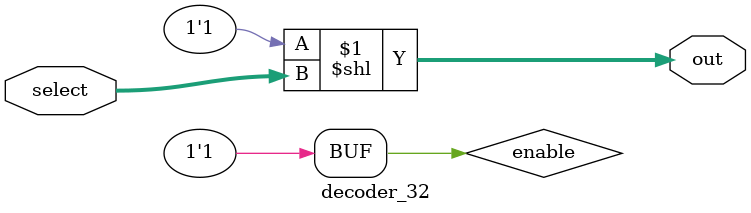
<source format=v>
module decoder_32(out, select);
    input [4:0] select;
    output [31:0] out;
    wire enable;
    assign enable = 1'b1;
    assign out = enable << select;
endmodule
</source>
